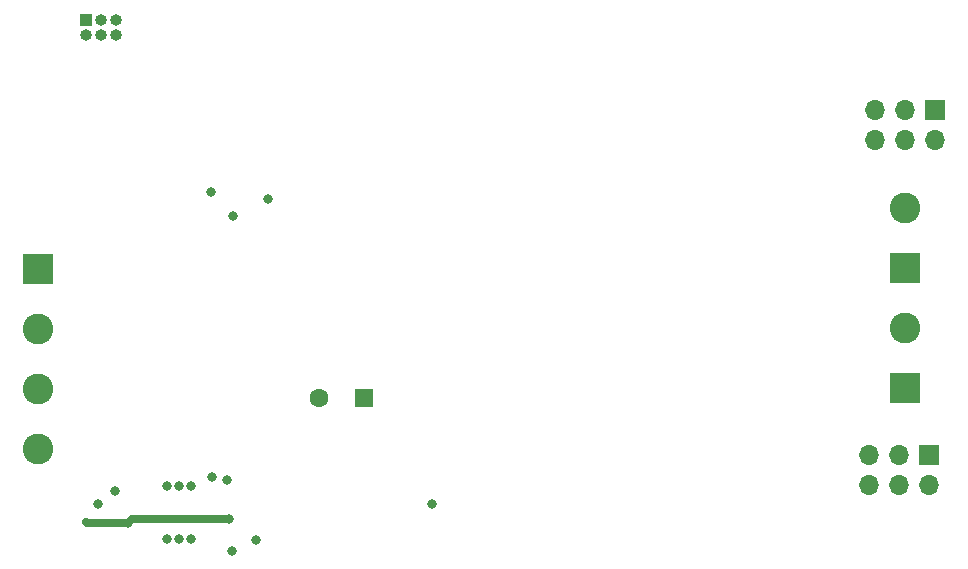
<source format=gbr>
%TF.GenerationSoftware,KiCad,Pcbnew,7.0.7*%
%TF.CreationDate,2023-09-26T16:34:25+02:00*%
%TF.ProjectId,OS-ServoDriver,4f532d53-6572-4766-9f44-72697665722e,rev?*%
%TF.SameCoordinates,Original*%
%TF.FileFunction,Copper,L2,Bot*%
%TF.FilePolarity,Positive*%
%FSLAX46Y46*%
G04 Gerber Fmt 4.6, Leading zero omitted, Abs format (unit mm)*
G04 Created by KiCad (PCBNEW 7.0.7) date 2023-09-26 16:34:25*
%MOMM*%
%LPD*%
G01*
G04 APERTURE LIST*
%TA.AperFunction,ComponentPad*%
%ADD10R,2.600000X2.600000*%
%TD*%
%TA.AperFunction,ComponentPad*%
%ADD11C,2.600000*%
%TD*%
%TA.AperFunction,ComponentPad*%
%ADD12R,1.700000X1.700000*%
%TD*%
%TA.AperFunction,ComponentPad*%
%ADD13O,1.700000X1.700000*%
%TD*%
%TA.AperFunction,ComponentPad*%
%ADD14R,1.600000X1.600000*%
%TD*%
%TA.AperFunction,ComponentPad*%
%ADD15C,1.600000*%
%TD*%
%TA.AperFunction,ComponentPad*%
%ADD16R,1.000000X1.000000*%
%TD*%
%TA.AperFunction,ComponentPad*%
%ADD17O,1.000000X1.000000*%
%TD*%
%TA.AperFunction,ViaPad*%
%ADD18C,0.800000*%
%TD*%
%TA.AperFunction,Conductor*%
%ADD19C,0.700000*%
%TD*%
G04 APERTURE END LIST*
D10*
%TO.P,J702,1,Pin_1*%
%TO.N,/Servo3-4/Frog1*%
X162179000Y-131740000D03*
D11*
%TO.P,J702,2,Pin_2*%
%TO.N,/Servo3-4/Frog2*%
X162179000Y-126660000D03*
%TD*%
D12*
%TO.P,J701,1,Pin_1*%
%TO.N,GND*%
X164704000Y-108240000D03*
D13*
%TO.P,J701,2,Pin_2*%
X164704000Y-110780000D03*
%TO.P,J701,3,Pin_3*%
%TO.N,+5VA*%
X162164000Y-108240000D03*
%TO.P,J701,4,Pin_4*%
X162164000Y-110780000D03*
%TO.P,J701,5,Pin_5*%
%TO.N,/Servo3-4/Servo2*%
X159624000Y-108240000D03*
%TO.P,J701,6,Pin_6*%
%TO.N,/Servo3-4/Servo1*%
X159624000Y-110780000D03*
%TD*%
D10*
%TO.P,J502,1,Pin_1*%
%TO.N,/Servo1-2/Frog1*%
X162179000Y-121580000D03*
D11*
%TO.P,J502,2,Pin_2*%
%TO.N,/Servo1-2/Frog2*%
X162179000Y-116500000D03*
%TD*%
D12*
%TO.P,J501,1,Pin_1*%
%TO.N,GND*%
X164196000Y-137450000D03*
D13*
%TO.P,J501,2,Pin_2*%
X164196000Y-139990000D03*
%TO.P,J501,3,Pin_3*%
%TO.N,+5VA*%
X161656000Y-137450000D03*
%TO.P,J501,4,Pin_4*%
X161656000Y-139990000D03*
%TO.P,J501,5,Pin_5*%
%TO.N,/Servo1-2/Servo2*%
X159116000Y-137450000D03*
%TO.P,J501,6,Pin_6*%
%TO.N,/Servo1-2/Servo1*%
X159116000Y-139990000D03*
%TD*%
D10*
%TO.P,J101,1,Pin_1*%
%TO.N,/DCC_B*%
X88773000Y-121666000D03*
D11*
%TO.P,J101,2,Pin_2*%
%TO.N,/DCC_A*%
X88773000Y-126746000D03*
%TO.P,J101,3,Pin_3*%
%TO.N,Net-(J101-Pin_3)*%
X88773000Y-131826000D03*
%TO.P,J101,4,Pin_4*%
%TO.N,Net-(J101-Pin_4)*%
X88773000Y-136906000D03*
%TD*%
D14*
%TO.P,C101,1*%
%TO.N,VCC*%
X116356651Y-132588000D03*
D15*
%TO.P,C101,2*%
%TO.N,GND*%
X112556651Y-132588000D03*
%TD*%
D16*
%TO.P,U201,1*%
%TO.N,GND*%
X92837000Y-100584000D03*
D17*
%TO.P,U201,2*%
%TO.N,/atmega/reset*%
X92837000Y-101854000D03*
%TO.P,U201,3*%
%TO.N,/atmega/MOSI*%
X94107000Y-100584000D03*
%TO.P,U201,4*%
%TO.N,/atmega/LED*%
X94107000Y-101854000D03*
%TO.P,U201,5*%
%TO.N,+5V*%
X95377000Y-100584000D03*
%TO.P,U201,6*%
%TO.N,/atmega/MISO*%
X95377000Y-101854000D03*
%TD*%
D18*
%TO.N,GND*%
X122082000Y-141597000D03*
X103368000Y-115148000D03*
X108194000Y-115783000D03*
X105273000Y-117180000D03*
%TO.N,VCC*%
X104902000Y-142875000D03*
X96394550Y-143199050D03*
%TO.N,GND*%
X99695000Y-140081000D03*
X100711000Y-140081000D03*
X101727000Y-144526000D03*
X105156000Y-145542000D03*
X107188000Y-144653000D03*
X99695000Y-144526000D03*
X93853000Y-141605000D03*
X95250000Y-140462000D03*
X104775000Y-139573000D03*
X100711000Y-144526000D03*
X103505000Y-139319000D03*
X101727000Y-140081000D03*
%TD*%
D19*
%TO.N,VCC*%
X96394550Y-143199050D02*
X92907050Y-143199050D01*
X104902000Y-142875000D02*
X96718600Y-142875000D01*
X92907050Y-143199050D02*
X92837000Y-143129000D01*
X96718600Y-142875000D02*
X96394550Y-143199050D01*
%TD*%
M02*

</source>
